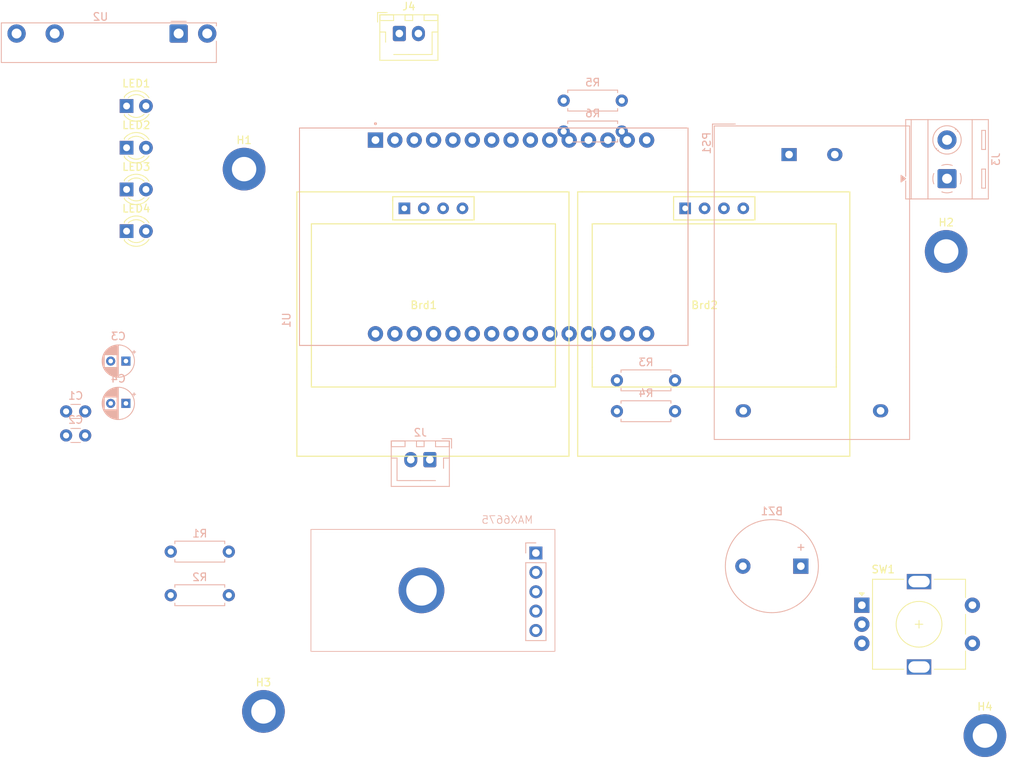
<source format=kicad_pcb>
(kicad_pcb (version 20241229) (generator "pcbnew") (generator_version "9.0")
  (layers (0 "F.Cu" signal) (2 "B.Cu" signal) (13 "F.Paste" user) (15 "B.Paste" user) (5 "F.SilkS" user "F.Silkscreen") (7 "B.SilkS" user "B.Silkscreen") (1 "F.Mask" user) (3 "B.Mask" user) (25 "Edge.Cuts" user))
  (net 0 "")
  (net 1 "Net-(J2-Pin_1)")
  (net 2 "Net-(LED1-K)")
  (net 3 "SCK")
  (net 4 "SO")
  (net 5 "CS")
  (net 6 "+3.3V")
  (net 7 "GND")
  (net 8 "Net-(J3-Pin_1)")
  (net 9 "Net-(LED2-K)")
  (net 10 "Net-(LED2-A)")
  (net 11 "Net-(U1-RX2)")
  (net 12 "Net-(U1-D25)")
  (net 13 "Net-(U1-D13)")
  (net 18 "Alarm")
  (net 25 "Net-(LED3-K)")
  (net 33 "SDA")
  (net 34 "SCL")
  (net 35 "Net-(J3-Pin_2)")
  (net 36 "Net-(LED4-K)")
  (net 38 "+5V")
  (net 39 "Net-(U1-3V3)")
  (net 40 "Net-(J4-Pin_2)")
  (net 41 "Net-(J4-Pin_1)")
  (net 42 "PumpPin")
  (footprint "LED_THT:LED_D3.0mm" (layer "F.Cu") (at 77.3 55.225)
    (property "Reference" "LED1" (at 1.27 -2.96 0) (layer "F.SilkS"))
    (property "Value" "DC")
    (pad "1" thru_hole rect (at 0 0) (size 1.8 1.8) (drill 0.9) (layers "*.Cu" "*.Mask") (net 2 "Net-(LED1-K)"))
    (pad "2" thru_hole circle (at 2.54 0) (size 1.8 1.8) (drill 0.9) (layers "*.Cu" "*.Mask") (net 1 "Net-(J2-Pin_1)"))
  )
  (footprint "MountingHole:MountingHole_3.2mm_M3_DIN965_Pad" (layer "F.Cu") (at 184.785 74.295)
    (property "Reference" "H2" (at 0 -3.8 0) (layer "F.SilkS"))
    (property "Value" "MountingHole")
    (pad "1" thru_hole circle (at 0 0) (size 5.6 5.6) (drill 3.2) (layers "*.Cu" "*.Mask"))
  )
  (footprint "MountingHole:MountingHole_3.2mm_M3_DIN965_Pad" (layer "F.Cu") (at 95.25 134.62)
    (property "Reference" "H3" (at 0 -3.8 0) (layer "F.SilkS"))
    (property "Value" "MountingHole")
    (pad "1" thru_hole circle (at 0 0) (size 5.6 5.6) (drill 3.2) (layers "*.Cu" "*.Mask"))
  )
  (footprint "SSD1306:ssd1306_1.3''" (layer "F.Cu") (at 145.4785 71.1835)
    (property "Reference" "Brd2" (at 7.62 10.152 0) (layer "F.SilkS"))
    (property "Value" "SSD1306 Display 2, address 0x7A (GND,VCC,SCL,SDA)")
    (pad "1" thru_hole rect (at 5.08 -2.54) (size 1.524 1.524) (drill 0.762) (layers "*.Cu" "*.Mask") (net 7 "GND"))
    (pad "2" thru_hole circle (at 7.62 -2.54) (size 1.524 1.524) (drill 0.762) (layers "*.Cu" "*.Mask") (net 6 "+3.3V"))
    (pad "3" thru_hole circle (at 10.16 -2.54) (size 1.524 1.524) (drill 0.762) (layers "*.Cu" "*.Mask") (net 34 "SCL"))
    (pad "4" thru_hole circle (at 12.7 -2.54) (size 1.524 1.524) (drill 0.762) (layers "*.Cu" "*.Mask") (net 33 "SDA"))
  )
  (footprint "LED_THT:LED_D3.0mm" (layer "F.Cu") (at 77.3 66.165)
    (property "Reference" "LED3" (at 1.27 -2.96 0) (layer "F.SilkS"))
    (property "Value" "Wifi reconnect")
    (pad "1" thru_hole rect (at 0 0) (size 1.8 1.8) (drill 0.9) (layers "*.Cu" "*.Mask") (net 25 "Net-(LED3-K)"))
    (pad "2" thru_hole circle (at 2.54 0) (size 1.8 1.8) (drill 0.9) (layers "*.Cu" "*.Mask"))
  )
  (footprint "Rotary_Encoder:RotaryEncoder_Alps_EC11E-Switch_Vertical_H20mm" (layer "F.Cu") (at 173.725 120.69)
    (property "Reference" "SW1" (at 2.8 -4.7 0) (layer "F.SilkS"))
    (property "Value" "Rotary_Encoder_Switch")
    (pad "A" thru_hole rect (at 0 0) (size 2 2) (drill 1) (layers "*.Cu" "*.Mask") (net 13 "Net-(U1-D13)"))
    (pad "B" thru_hole circle (at 0 5) (size 2 2) (drill 1) (layers "*.Cu" "*.Mask") (net 11 "Net-(U1-RX2)"))
    (pad "C" thru_hole circle (at 0 2.5) (size 2 2) (drill 1) (layers "*.Cu" "*.Mask") (net 7 "GND"))
    (pad "MP" thru_hole rect (at 7.5 -3.1) (size 3.2 2) (drill oval 2.8 1.5) (layers "*.Cu" "*.Mask"))
    (pad "MP" thru_hole rect (at 7.5 8.1) (size 3.2 2) (drill oval 2.8 1.5) (layers "*.Cu" "*.Mask"))
    (pad "S1" thru_hole circle (at 14.5 5) (size 2 2) (drill 1) (layers "*.Cu" "*.Mask") (net 39 "Net-(U1-3V3)"))
    (pad "S2" thru_hole circle (at 14.5 0) (size 2 2) (drill 1) (layers "*.Cu" "*.Mask") (net 12 "Net-(U1-D25)"))
  )
  (footprint "SSD1306:ssd1306_1.3''" (layer "F.Cu") (at 108.6485 71.1835)
    (property "Reference" "Brd1" (at 7.62 10.152 0) (layer "F.SilkS"))
    (property "Value" "SSD1306 Display 1, Addesss 0x78, (GND,VCC,SCL,SDA)")
    (pad "1" thru_hole rect (at 5.08 -2.54) (size 1.524 1.524) (drill 0.762) (layers "*.Cu" "*.Mask") (net 7 "GND"))
    (pad "2" thru_hole circle (at 7.62 -2.54) (size 1.524 1.524) (drill 0.762) (layers "*.Cu" "*.Mask") (net 6 "+3.3V"))
    (pad "3" thru_hole circle (at 10.16 -2.54) (size 1.524 1.524) (drill 0.762) (layers "*.Cu" "*.Mask") (net 34 "SCL"))
    (pad "4" thru_hole circle (at 12.7 -2.54) (size 1.524 1.524) (drill 0.762) (layers "*.Cu" "*.Mask") (net 33 "SDA"))
  )
  (footprint "MountingHole:MountingHole_3.2mm_M3_DIN965_Pad" (layer "F.Cu") (at 92.71 63.5)
    (property "Reference" "H1" (at 0 -3.8 0) (layer "F.SilkS"))
    (property "Value" "MountingHole")
    (pad "1" thru_hole circle (at 0 0) (size 5.6 5.6) (drill 3.2) (layers "*.Cu" "*.Mask"))
  )
  (footprint "Connector_JST:JST_XH_B2B-XH-AM_1x02_P2.50mm_Vertical" (layer "F.Cu") (at 113.07 45.72)
    (property "Reference" "J4" (at 1.25 -3.55 0) (layer "F.SilkS"))
    (property "Value" "pump")
    (pad "" np_thru_hole circle (at -1.6 2) (size 1.2 1.2) (drill 1.2) (layers "*.Cu" "*.Mask"))
    (pad "1" thru_hole roundrect (at 0 0) (size 1.7 2) (drill 1) (layers "*.Cu" "*.Mask") (roundrect_rratio 0.147059) (net 41 "Net-(J4-Pin_1)"))
    (pad "2" thru_hole oval (at 2.5 0) (size 1.7 2) (drill 1) (layers "*.Cu" "*.Mask") (net 40 "Net-(J4-Pin_2)"))
  )
  (footprint "LED_THT:LED_D3.0mm" (layer "F.Cu") (at 77.3 60.695)
    (property "Reference" "LED2" (at 1.27 -2.96 0) (layer "F.SilkS"))
    (property "Value" "On")
    (pad "1" thru_hole rect (at 0 0) (size 1.8 1.8) (drill 0.9) (layers "*.Cu" "*.Mask") (net 9 "Net-(LED2-K)"))
    (pad "2" thru_hole circle (at 2.54 0) (size 1.8 1.8) (drill 0.9) (layers "*.Cu" "*.Mask") (net 10 "Net-(LED2-A)"))
  )
  (footprint "LED_THT:LED_D3.0mm" (layer "F.Cu") (at 77.3 71.635)
    (property "Reference" "LED4" (at 1.27 -2.96 0) (layer "F.SilkS"))
    (property "Value" "Mqtt_Reconnect")
    (pad "1" thru_hole rect (at 0 0) (size 1.8 1.8) (drill 0.9) (layers "*.Cu" "*.Mask") (net 36 "Net-(LED4-K)"))
    (pad "2" thru_hole circle (at 2.54 0) (size 1.8 1.8) (drill 0.9) (layers "*.Cu" "*.Mask"))
  )
  (footprint "MountingHole:MountingHole_3.2mm_M3_DIN965_Pad" (layer "F.Cu") (at 189.865 137.795)
    (property "Reference" "H4" (at 0 -3.8 0) (layer "F.SilkS"))
    (property "Value" "MountingHole")
    (pad "1" thru_hole circle (at 0 0) (size 5.6 5.6) (drill 3.2) (layers "*.Cu" "*.Mask"))
  )
  (footprint "Capacitor_THT:C_Disc_D3.0mm_W1.6mm_P2.50mm" (layer "B.Cu") (at 71.87 95.275 180)
    (property "Reference" "C1" (at 1.25 2.05 0) (layer "B.SilkS") (effects (justify mirror)))
    (property "Value" "10n")
    (pad "1" thru_hole circle (at 0 0 180) (size 1.6 1.6) (drill 0.8) (layers "*.Cu" "*.Mask") (net 13 "Net-(U1-D13)"))
    (pad "2" thru_hole circle (at 2.5 0 180) (size 1.6 1.6) (drill 0.8) (layers "*.Cu" "*.Mask") (net 7 "GND"))
  )
  (footprint "Resistor_THT:R_Axial_DIN0207_L6.3mm_D2.5mm_P7.62mm_Horizontal" (layer "B.Cu") (at 149.225 95.25 180)
    (property "Reference" "R4" (at 3.81 2.37 0) (layer "B.SilkS") (effects (justify mirror)))
    (property "Value" "1000")
    (pad "1" thru_hole circle (at 0 0 180) (size 1.6 1.6) (drill 0.8) (layers "*.Cu" "*.Mask") (net 7 "GND"))
    (pad "2" thru_hole oval (at 7.62 0 180) (size 1.6 1.6) (drill 0.8) (layers "*.Cu" "*.Mask") (net 36 "Net-(LED4-K)"))
  )
  (footprint "Resistor_THT:R_Axial_DIN0207_L6.3mm_D2.5mm_P7.62mm_Horizontal" (layer "B.Cu") (at 142.24 54.515 180)
    (property "Reference" "R5" (at 3.81 2.37 0) (layer "B.SilkS") (effects (justify mirror)))
    (property "Value" "1k")
    (pad "1" thru_hole circle (at 0 0 180) (size 1.6 1.6) (drill 0.8) (layers "*.Cu" "*.Mask") (net 33 "SDA"))
    (pad "2" thru_hole oval (at 7.62 0 180) (size 1.6 1.6) (drill 0.8) (layers "*.Cu" "*.Mask") (net 6 "+3.3V"))
  )
  (footprint "Resistor_THT:R_Axial_DIN0207_L6.3mm_D2.5mm_P7.62mm_Horizontal" (layer "B.Cu") (at 142.24 58.565 180)
    (property "Reference" "R6" (at 3.81 2.37 0) (layer "B.SilkS") (effects (justify mirror)))
    (property "Value" "1k")
    (pad "1" thru_hole circle (at 0 0 180) (size 1.6 1.6) (drill 0.8) (layers "*.Cu" "*.Mask") (net 34 "SCL"))
    (pad "2" thru_hole oval (at 7.62 0 180) (size 1.6 1.6) (drill 0.8) (layers "*.Cu" "*.Mask") (net 6 "+3.3V"))
  )
  (footprint "AllprojectsFootprint:MAX6675" (layer "B.Cu") (at 117.475 118.745 180)
    (property "Reference" "J1" (hide yes))
    (property "Value" "MAX6675" (at -9.75 9.25 0) (layer "B.SilkS") (effects (font (thickness 0.1)) (justify mirror)))
    (pad "1" thru_hole rect (at -13.5 4.9 180) (size 1.7 1.7) (drill 1) (layers "*.Cu" "*.Mask") (net 4 "SO"))
    (pad "2" thru_hole oval (at -13.5 2.36 180) (size 1.7 1.7) (drill 1) (layers "*.Cu" "*.Mask") (net 5 "CS"))
    (pad "3" thru_hole oval (at -13.5 -0.18 180) (size 1.7 1.7) (drill 1) (layers "*.Cu" "*.Mask") (net 3 "SCK"))
    (pad "4" thru_hole oval (at -13.5 -2.72 180) (size 1.7 1.7) (drill 1) (layers "*.Cu" "*.Mask") (net 6 "+3.3V"))
    (pad "5" thru_hole oval (at -13.5 -5.26 180) (size 1.7 1.7) (drill 1) (layers "*.Cu" "*.Mask") (net 7 "GND"))
    (pad "6" thru_hole circle (at 1.5 0 180) (size 6 6) (drill 4) (layers "*.Cu" "*.Mask"))
  )
  (footprint "Converter_ACDC:Converter_ACDC_Hi-Link_HLK-5Mxx" (layer "B.Cu") (at 164.18 61.595 -90)
    (property "Reference" "PS1" (at -1.5 10.79 90) (layer "B.SilkS") (effects (justify mirror)))
    (property "Value" "HLK-5M05")
    (pad "1" thru_hole rect (at 0 0 270) (size 1.7 2) (drill 1) (layers "*.Cu" "*.Mask") (net 8 "Net-(J3-Pin_1)"))
    (pad "2" thru_hole oval (at 0 -6 270) (size 1.7 2) (drill 1) (layers "*.Cu" "*.Mask") (net 35 "Net-(J3-Pin_2)"))
    (pad "3" thru_hole oval (at 33.600001 6 270) (size 1.7 2) (drill 1) (layers "*.Cu" "*.Mask") (net 7 "GND"))
    (pad "4" thru_hole oval (at 33.6 -12 270) (size 1.7 2) (drill 1) (layers "*.Cu" "*.Mask") (net 38 "+5V"))
  )
  (footprint "Capacitor_THT:CP_Radial_D4.0mm_P2.00mm" (layer "B.Cu") (at 77.215199 88.675 180)
    (property "Reference" "C3" (at 1 3.25 0) (layer "B.SilkS") (effects (justify mirror)))
    (property "Value" "100u")
    (pad "1" thru_hole rect (at 0 0 180) (size 1.2 1.2) (drill 0.6) (layers "*.Cu" "*.Mask") (net 38 "+5V"))
    (pad "2" thru_hole circle (at 2 0 180) (size 1.2 1.2) (drill 0.6) (layers "*.Cu" "*.Mask") (net 7 "GND"))
  )
  (footprint "Capacitor_THT:C_Disc_D3.0mm_W1.6mm_P2.50mm" (layer "B.Cu") (at 71.87 98.425 180)
    (property "Reference" "C2" (at 1.25 2.05 0) (layer "B.SilkS") (effects (justify mirror)))
    (property "Value" "10n")
    (pad "1" thru_hole circle (at 0 0 180) (size 1.6 1.6) (drill 0.8) (layers "*.Cu" "*.Mask") (net 11 "Net-(U1-RX2)"))
    (pad "2" thru_hole circle (at 2.5 0 180) (size 1.6 1.6) (drill 0.8) (layers "*.Cu" "*.Mask") (net 7 "GND"))
  )
  (footprint "Capacitor_THT:CP_Radial_D4.0mm_P2.00mm" (layer "B.Cu") (at 77.215199 94.225 180)
    (property "Reference" "C4" (at 1 3.25 0) (layer "B.SilkS") (effects (justify mirror)))
    (property "Value" "100u")
    (pad "1" thru_hole rect (at 0 0 180) (size 1.2 1.2) (drill 0.6) (layers "*.Cu" "*.Mask") (net 6 "+3.3V"))
    (pad "2" thru_hole circle (at 2 0 180) (size 1.2 1.2) (drill 0.6) (layers "*.Cu" "*.Mask") (net 7 "GND"))
  )
  (footprint "Resistor_THT:R_Axial_DIN0207_L6.3mm_D2.5mm_P7.62mm_Horizontal" (layer "B.Cu") (at 90.71 113.665 180)
    (property "Reference" "R1" (at 3.81 2.37 0) (layer "B.SilkS") (effects (justify mirror)))
    (property "Value" "1000")
    (pad "1" thru_hole circle (at 0 0 180) (size 1.6 1.6) (drill 0.8) (layers "*.Cu" "*.Mask") (net 7 "GND"))
    (pad "2" thru_hole oval (at 7.62 0 180) (size 1.6 1.6) (drill 0.8) (layers "*.Cu" "*.Mask") (net 2 "Net-(LED1-K)"))
  )
  (footprint "Resistor_THT:R_Axial_DIN0207_L6.3mm_D2.5mm_P7.62mm_Horizontal" (layer "B.Cu") (at 149.225 91.2 180)
    (property "Reference" "R3" (at 3.81 2.37 0) (layer "B.SilkS") (effects (justify mirror)))
    (property "Value" "1000")
    (pad "1" thru_hole circle (at 0 0 180) (size 1.6 1.6) (drill 0.8) (layers "*.Cu" "*.Mask") (net 7 "GND"))
    (pad "2" thru_hole oval (at 7.62 0 180) (size 1.6 1.6) (drill 0.8) (layers "*.Cu" "*.Mask") (net 25 "Net-(LED3-K)"))
  )
  (footprint "Resistor_THT:R_Axial_DIN0207_L6.3mm_D2.5mm_P7.62mm_Horizontal" (layer "B.Cu") (at 90.71 119.38 180)
    (property "Reference" "R2" (at 3.81 2.37 0) (layer "B.SilkS") (effects (justify mirror)))
    (property "Value" "1000")
    (pad "1" thru_hole circle (at 0 0 180) (size 1.6 1.6) (drill 0.8) (layers "*.Cu" "*.Mask") (net 7 "GND"))
    (pad "2" thru_hole oval (at 7.62 0 180) (size 1.6 1.6) (drill 0.8) (layers "*.Cu" "*.Mask") (net 9 "Net-(LED2-K)"))
  )
  (footprint "TerminalBlock_RND:TerminalBlock_RND_205-00287_1x02_P5.08mm_Horizontal" (layer "B.Cu") (at 184.895 64.75 90)
    (property "Reference" "J3" (at 2.54 6.42 90) (layer "B.SilkS") (effects (justify mirror)))
    (property "Value" "L1, N")
    (pad "1" thru_hole roundrect (at 0 0 90) (size 2.5 2.5) (drill 1.3) (layers "*.Cu" "*.Mask") (roundrect_rratio 0.1) (net 8 "Net-(J3-Pin_1)"))
    (pad "2" thru_hole circle (at 5.08 0 90) (size 2.5 2.5) (drill 1.3) (layers "*.Cu" "*.Mask") (net 35 "Net-(J3-Pin_2)"))
  )
  (footprint "Connector_JST:JST_XH_B2B-XH-AM_1x02_P2.50mm_Vertical" (layer "B.Cu") (at 117.07 101.6 180)
    (property "Reference" "J2" (at 1.25 3.55 0) (layer "B.SilkS") (effects (justify mirror)))
    (property "Value" "Solid state Relay Out")
    (pad "" np_thru_hole circle (at -1.6 -2 180) (size 1.2 1.2) (drill 1.2) (layers "*.Cu" "*.Mask"))
    (pad "1" thru_hole roundrect (at 0 0 180) (size 1.7 2) (drill 1) (layers "*.Cu" "*.Mask") (roundrect_rratio 0.147059) (net 1 "Net-(J2-Pin_1)"))
    (pad "2" thru_hole oval (at 2.5 0 180) (size 1.7 2) (drill 1) (layers "*.Cu" "*.Mask") (net 7 "GND"))
  )
  (footprint "OptoDevice:Finder_34.81" (layer "B.Cu") (at 84.125 45.72 180)
    (property "Reference" "U2" (at 10.25 2.2 0) (layer "B.SilkS") (effects (justify mirror)))
    (property "Value" "SSR-41FDA")
    (pad "11" thru_hole circle (at 16.25 0 180) (size 2.4 2.4) (drill 1.3) (layers "*.Cu" "*.Mask") (net 41 "Net-(J4-Pin_1)"))
    (pad "14" thru_hole circle (at 21.25 0 180) (size 2.4 2.4) (drill 1.3) (layers "*.Cu" "*.Mask") (net 40 "Net-(J4-Pin_2)"))
    (pad "A1" thru_hole roundrect (at 0 0 180) (size 2.4 2.4) (drill 1.3) (layers "*.Cu" "*.Mask") (roundrect_rratio 0.104) (net 42 "PumpPin"))
    (pad "A2" thru_hole circle (at -3.75 0 180) (size 2.4 2.4) (drill 1.3) (layers "*.Cu" "*.Mask") (net 7 "GND"))
  )
  (footprint "Buzzer_Beeper:Buzzer_12x9.5RM7.6" (layer "B.Cu") (at 165.725 115.57 180)
    (property "Reference" "BZ1" (at 3.8 7.2 0) (layer "B.SilkS") (effects (justify mirror)))
    (property "Value" "Alarm")
    (fp_text user "+" (at -0.01 2.54 0) (layer "B.SilkS") (effects (justify mirror)))
    (pad "1" thru_hole rect (at 0 0 180) (size 2 2) (drill 1) (layers "*.Cu" "*.Mask") (net 18 "Alarm"))
    (pad "2" thru_hole circle (at 7.6 0 180) (size 2 2) (drill 1) (layers "*.Cu" "*.Mask") (net 7 "GND"))
  )
  (footprint "ESP32_DEVKIT_V1:ESP32_DEVKIT_V1" (layer "B.Cu") (at 125.455 72.39 -90)
    (property "Reference" "U1" (at 10.921999 27.178 90) (layer "B.SilkS") (effects (justify mirror)))
    (property "Value" "ESP32-DEVKIT-V1")
    (pad "1" thru_hole rect (at -12.7 15.515 270) (size 2 2) (drill 1.02) (layers "*.Cu" "*.Mask") (net 39 "Net-(U1-3V3)"))
    (pad "2" thru_hole circle (at -12.7 12.975001 270) (size 2 2) (drill 1.02) (layers "*.Cu" "*.Mask") (net 7 "GND"))
    (pad "3" thru_hole circle (at -12.7 10.435 270) (size 2 2) (drill 1.02) (layers "*.Cu" "*.Mask"))
    (pad "4" thru_hole circle (at -12.7 7.895001 270) (size 2 2) (drill 1.02) (layers "*.Cu" "*.Mask"))
    (pad "5" thru_hole circle (at -12.7 5.355 270) (size 2 2) (drill 1.02) (layers "*.Cu" "*.Mask"))
    (pad "6" thru_hole circle (at -12.7 2.815001 270) (size 2 2) (drill 1.02) (layers "*.Cu" "*.Mask") (net 11 "Net-(U1-RX2)"))
    (pad "7" thru_hole circle (at -12.7 0.275 270) (size 2 2) (drill 1.02) (layers "*.Cu" "*.Mask"))
    (pad "8" thru_hole circle (at -12.700001 -2.265 270) (size 2 2) (drill 1.02) (layers "*.Cu" "*.Mask"))
    (pad "9" thru_hole circle (at -12.7 -4.805 270) (size 2 2) (drill 1.02) (layers "*.Cu" "*.Mask"))
    (pad "10" thru_hole circle (at -12.700001 -7.345 270) (size 2 2) (drill 1.02) (layers "*.Cu" "*.Mask") (net 18 "Alarm"))
    (pad "11" thru_hole circle (at -12.7 -9.885 270) (size 2 2) (drill 1.02) (layers "*.Cu" "*.Mask") (net 33 "SDA"))
    (pad "12" thru_hole circle (at -12.700001 -12.425 270) (size 2 2) (drill 1.02) (layers "*.Cu" "*.Mask"))
    (pad "13" thru_hole circle (at -12.7 -14.965 270) (size 2 2) (drill 1.02) (layers "*.Cu" "*.Mask"))
    (pad "14" thru_hole circle (at -12.7 -17.505 270) (size 2 2) (drill 1.02) (layers "*.Cu" "*.Mask") (net 34 "SCL"))
    (pad "15" thru_hole circle (at -12.7 -20.045 270) (size 2 2) (drill 1.02) (layers "*.Cu" "*.Mask"))
    (pad "16" thru_hole circle (at 12.7 -20.045 270) (size 2 2) (drill 1.02) (layers "*.Cu" "*.Mask"))
    (pad "17" thru_hole circle (at 12.7 -17.505 270) (size 2 2) (drill 1.02) (layers "*.Cu" "*.Mask"))
    (pad "18" thru_hole circle (at 12.7 -14.965 270) (size 2 2) (drill 1.02) (layers "*.Cu" "*.Mask"))
    (pad "19" thru_hole circle (at 12.700001 -12.425 270) (size 2 2) (drill 1.02) (layers "*.Cu" "*.Mask"))
    (pad "20" thru_hole circle (at 12.7 -9.885 270) (size 2 2) (drill 1.02) (layers "*.Cu" "*.Mask"))
    (pad "21" thru_hole circle (at 12.7 -7.345001 270) (size 2 2) (drill 1.02) (layers "*.Cu" "*.Mask"))
    (pad "22" thru_hole circle (at 12.7 -4.805 270) (size 2 2) (drill 1.02) (layers "*.Cu" "*.Mask"))
    (pad "23" thru_hole circle (at 12.7 -2.265001 270) (size 2 2) (drill 1.02) (layers "*.Cu" "*.Mask") (net 12 "Net-(U1-D25)"))
    (pad "24" thru_hole circle (at 12.7 0.275 270) (size 2 2) (drill 1.02) (layers "*.Cu" "*.Mask") (net 1 "Net-(J2-Pin_1)"))
    (pad "25" thru_hole circle (at 12.700001 2.815 270) (size 2 2) (drill 1.02) (layers "*.Cu" "*.Mask") (net 42 "PumpPin"))
    (pad "26" thru_hole circle (at 12.7 5.355 270) (size 2 2) (drill 1.02) (layers "*.Cu" "*.Mask") (net 10 "Net-(LED2-A)"))
    (pad "27" thru_hole circle (at 12.700001 7.895 270) (size 2 2) (drill 1.02) (layers "*.Cu" "*.Mask"))
    (pad "28" thru_hole circle (at 12.7 10.435 270) (size 2 2) (drill 1.02) (layers "*.Cu" "*.Mask") (net 13 "Net-(U1-D13)"))
    (pad "29" thru_hole circle (at 12.700001 12.975 270) (size 2 2) (drill 1.02) (layers "*.Cu" "*.Mask") (net 7 "GND"))
    (pad "30" thru_hole circle (at 12.7 15.515 270) (size 2 2) (drill 1.02) (layers "*.Cu" "*.Mask") (net 38 "+5V"))
  )
)
</source>
